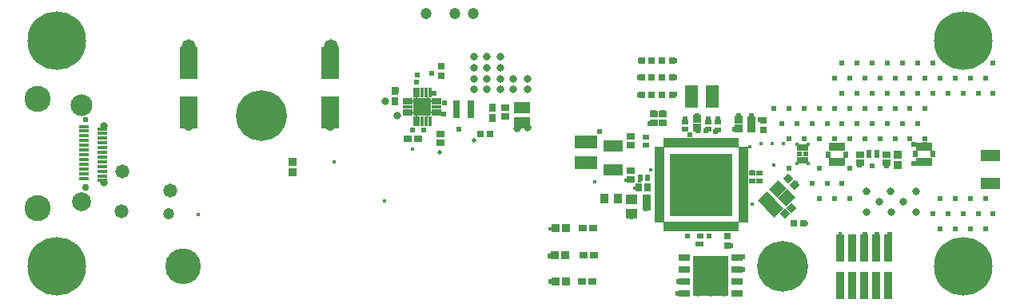
<source format=gbr>
%TF.GenerationSoftware,Altium Limited,Altium Designer,20.0.13 (296)*%
G04 Layer_Color=8388736*
%FSLAX45Y45*%
%MOMM*%
%TF.FileFunction,Soldermask,Top*%
%TF.Part,Single*%
G01*
G75*
%TA.AperFunction,SMDPad,CuDef*%
%ADD34R,0.66040X1.85420*%
%TA.AperFunction,ComponentPad*%
%ADD94C,3.78820*%
%ADD95C,5.37820*%
%ADD96C,0.75320*%
%ADD97C,0.60820*%
%ADD98C,2.76820*%
%ADD99C,2.00320*%
%ADD100C,2.30320*%
%TA.AperFunction,ViaPad*%
%ADD101C,0.60320*%
%ADD102C,0.80320*%
%ADD103C,1.20320*%
%ADD104C,1.47320*%
%ADD105C,6.20320*%
%TA.AperFunction,SMDPad,CuDef*%
%ADD149R,1.85320X3.45320*%
%ADD150R,3.70320X4.30320*%
%ADD151R,1.30320X0.65320*%
%ADD152R,1.15320X1.10320*%
%ADD153R,0.95320X0.95320*%
%ADD154R,0.95320X0.80320*%
%ADD155R,0.80320X0.90320*%
%ADD156R,6.60320X6.60320*%
%ADD157R,1.05320X0.50320*%
%ADD158R,0.50320X1.05320*%
%ADD159R,1.95320X1.95320*%
%ADD160R,0.40320X1.00320*%
%ADD161R,1.00320X0.40320*%
%ADD162R,0.60320X0.70320*%
%ADD163R,1.70320X0.90320*%
%ADD164R,0.55320X0.85320*%
%ADD165R,0.95320X0.85320*%
%ADD166R,2.40320X1.45320*%
%ADD167R,0.67820X0.70320*%
%ADD168R,0.85320X1.10320*%
G04:AMPARAMS|DCode=169|XSize=1.4032mm|YSize=1.2032mm|CornerRadius=0mm|HoleSize=0mm|Usage=FLASHONLY|Rotation=45.000|XOffset=0mm|YOffset=0mm|HoleType=Round|Shape=Rectangle|*
%AMROTATEDRECTD169*
4,1,4,-0.07071,-0.92150,-0.92150,-0.07071,0.07071,0.92150,0.92150,0.07071,-0.07071,-0.92150,0.0*
%
%ADD169ROTATEDRECTD169*%

%ADD170R,1.20320X0.65320*%
%ADD171R,0.55320X0.55320*%
%ADD172R,0.85320X2.96320*%
%ADD173R,1.67320X1.17320*%
%ADD174R,0.92320X0.89320*%
%ADD175R,0.88320X0.88320*%
%ADD176R,0.82320X0.80320*%
%ADD177R,0.70320X0.60320*%
%TA.AperFunction,ConnectorPad*%
%ADD178R,2.00320X1.30320*%
%TA.AperFunction,SMDPad,CuDef*%
%ADD179R,2.10320X1.30320*%
%TA.AperFunction,ConnectorPad*%
%ADD180R,1.10320X0.45720*%
%TA.AperFunction,SMDPad,CuDef*%
G04:AMPARAMS|DCode=181|XSize=0.8232mm|YSize=0.8032mm|CornerRadius=0mm|HoleSize=0mm|Usage=FLASHONLY|Rotation=135.000|XOffset=0mm|YOffset=0mm|HoleType=Round|Shape=Rectangle|*
%AMROTATEDRECTD181*
4,1,4,0.57502,-0.00707,0.00707,-0.57502,-0.57502,0.00707,-0.00707,0.57502,0.57502,-0.00707,0.0*
%
%ADD181ROTATEDRECTD181*%

G04:AMPARAMS|DCode=182|XSize=0.8232mm|YSize=0.8032mm|CornerRadius=0mm|HoleSize=0mm|Usage=FLASHONLY|Rotation=45.000|XOffset=0mm|YOffset=0mm|HoleType=Round|Shape=Rectangle|*
%AMROTATEDRECTD182*
4,1,4,-0.00707,-0.57502,-0.57502,-0.00707,0.00707,0.57502,0.57502,0.00707,-0.00707,-0.57502,0.0*
%
%ADD182ROTATEDRECTD182*%

%ADD183R,0.80320X0.82320*%
%ADD184R,1.45320X2.40320*%
%ADD185R,0.85320X0.95320*%
%ADD186R,0.80320X0.95320*%
%ADD187R,0.70320X0.67820*%
%TA.AperFunction,ViaPad*%
%ADD188C,0.40320*%
%ADD189C,0.50320*%
D34*
X6390045Y6070604D02*
D03*
X6235105D02*
D03*
D94*
X3337000Y4400000D02*
D03*
D95*
X4170000Y6000000D02*
D03*
X9690000Y4400000D02*
D03*
D96*
X2302500Y5240000D02*
D03*
D97*
Y5960000D02*
D03*
D98*
X1797500Y5020000D02*
D03*
Y6180000D02*
D03*
D99*
X2264500Y5090000D02*
D03*
D100*
Y6110000D02*
D03*
D101*
X11919995Y6559997D02*
D03*
X11839995Y6399997D02*
D03*
X11919995Y6239997D02*
D03*
X11839995Y5119998D02*
D03*
X11919995Y4959998D02*
D03*
X11839995Y4799998D02*
D03*
X11679995Y6399997D02*
D03*
X11759995Y6239997D02*
D03*
X11679995Y5119998D02*
D03*
X11759995Y4959998D02*
D03*
X11679995Y4799998D02*
D03*
X11519995Y6399997D02*
D03*
X11599995Y6239997D02*
D03*
X11519995Y5119998D02*
D03*
X11599995Y4959998D02*
D03*
X11519995Y4799998D02*
D03*
X11359995Y6399997D02*
D03*
X11439995Y6239997D02*
D03*
X11359995Y5119998D02*
D03*
X11439995Y4959998D02*
D03*
X11359995Y4799998D02*
D03*
X11279995Y6559997D02*
D03*
X11199995Y6399997D02*
D03*
X11279995Y6239997D02*
D03*
X11199995Y6079997D02*
D03*
Y5759998D02*
D03*
X11279995Y4959998D02*
D03*
X11119995Y6559997D02*
D03*
X11039995Y6399997D02*
D03*
X11119995Y6239997D02*
D03*
X11039995Y6079997D02*
D03*
X11119995Y5919998D02*
D03*
X11039995Y5759998D02*
D03*
X10959995Y6559997D02*
D03*
X10879996Y6399997D02*
D03*
X10959995Y6239997D02*
D03*
X10879996Y6079997D02*
D03*
X10959995Y5919998D02*
D03*
X10879996Y5759998D02*
D03*
X10799995Y6559997D02*
D03*
X10719996Y6399997D02*
D03*
X10799995Y6239997D02*
D03*
X10719996Y6079997D02*
D03*
X10799995Y5919998D02*
D03*
X10719996Y5759998D02*
D03*
X10639995Y6559997D02*
D03*
X10559996Y6399997D02*
D03*
X10639995Y6239997D02*
D03*
X10559996Y6079997D02*
D03*
X10639995Y5919998D02*
D03*
X10559996Y5759998D02*
D03*
X10479996Y6559997D02*
D03*
X10399996Y6399997D02*
D03*
X10479996Y6239997D02*
D03*
X10399996Y6079997D02*
D03*
X10479996Y5919998D02*
D03*
X10399996Y5759998D02*
D03*
Y5439998D02*
D03*
Y5119998D02*
D03*
X10319996Y6559997D02*
D03*
X10239996Y6399997D02*
D03*
X10319996Y6239997D02*
D03*
X10239996Y6079997D02*
D03*
X10319996Y5919998D02*
D03*
X10239996Y5759998D02*
D03*
X10319996Y5279998D02*
D03*
X10239996Y5119998D02*
D03*
X10079996Y6079997D02*
D03*
X10159996Y5919998D02*
D03*
X10079996Y5759998D02*
D03*
Y5439998D02*
D03*
X10159996Y5279998D02*
D03*
X10079996Y5119998D02*
D03*
X9919996Y6079997D02*
D03*
X9999996Y5919998D02*
D03*
X9919996Y5759998D02*
D03*
X9999996Y5279998D02*
D03*
X9759996Y6079997D02*
D03*
X9839996Y5919998D02*
D03*
X9759996Y5759998D02*
D03*
Y5439998D02*
D03*
X9599996Y6079997D02*
D03*
X9679996Y5919998D02*
D03*
X10640000Y5470000D02*
D03*
X10910000Y5460000D02*
D03*
X10790000Y5470000D02*
D03*
X10500000Y5480000D02*
D03*
X11080000Y5490000D02*
D03*
X11200000D02*
D03*
Y5700000D02*
D03*
X11080000D02*
D03*
X8680000Y4720000D02*
D03*
X8580000Y4110000D02*
D03*
X8590000Y4240000D02*
D03*
X6260000Y5860000D02*
D03*
X5970000Y6450000D02*
D03*
X6000000Y6240000D02*
D03*
X5600000Y6270000D02*
D03*
X5819988Y6429987D02*
D03*
X5809988Y6359987D02*
D03*
X8910000Y4720000D02*
D03*
X8790000Y4640000D02*
D03*
X9450000Y5960000D02*
D03*
X8180000Y6590000D02*
D03*
X8170000Y6220000D02*
D03*
X8550000Y6230000D02*
D03*
Y6410000D02*
D03*
Y6590000D02*
D03*
X8410000D02*
D03*
X8400000Y6220000D02*
D03*
Y6410000D02*
D03*
X9180000Y5860000D02*
D03*
X10300000Y4250000D02*
D03*
X8980000Y5830000D02*
D03*
X8880000Y5840000D02*
D03*
X8790000D02*
D03*
X8423000Y5924000D02*
D03*
X8280000Y5920000D02*
D03*
X5770000Y5850000D02*
D03*
X7750000Y5830000D02*
D03*
X8710000Y5800000D02*
D03*
X8076000Y5769600D02*
D03*
X8246000D02*
D03*
X6110000Y6140000D02*
D03*
X6098000Y6016000D02*
D03*
X5890100Y5850000D02*
D03*
X10820000Y4740000D02*
D03*
X9140000Y4620000D02*
D03*
X8655000Y5969000D02*
D03*
X8786000Y6004600D02*
D03*
X8320000Y6040000D02*
D03*
X8170000Y6410000D02*
D03*
X9270000Y4370000D02*
D03*
Y4500000D02*
D03*
X10560000Y4740000D02*
D03*
X10690000D02*
D03*
X9361000Y6001000D02*
D03*
X9222000Y6004000D02*
D03*
X9007000Y5966000D02*
D03*
X8902000Y5971000D02*
D03*
X8420000Y6040000D02*
D03*
X7238000Y4239000D02*
D03*
X7225000Y4516000D02*
D03*
D102*
X10970000Y5090000D02*
D03*
X10710000D02*
D03*
X11100000Y5200000D02*
D03*
X10580000D02*
D03*
X10836000D02*
D03*
X10840000Y4980000D02*
D03*
X11100000D02*
D03*
X10580000D02*
D03*
X6420000Y6280000D02*
D03*
X6560000D02*
D03*
X6700000D02*
D03*
X6840000D02*
D03*
X6990000D02*
D03*
X6420000Y6390000D02*
D03*
X6560000D02*
D03*
X6700000D02*
D03*
X6840000D02*
D03*
X6990000D02*
D03*
X6420000Y6510000D02*
D03*
X6560000D02*
D03*
X6700000D02*
D03*
Y6630000D02*
D03*
X6560000D02*
D03*
X6420000D02*
D03*
X2500000Y5890000D02*
D03*
Y5290000D02*
D03*
X9000000Y4170000D02*
D03*
X8860000D02*
D03*
Y4290000D02*
D03*
X9000000D02*
D03*
Y4410000D02*
D03*
X8860000D02*
D03*
X8790000Y4120000D02*
D03*
X9070000D02*
D03*
X8930000D02*
D03*
X8790000Y4230000D02*
D03*
X9070000D02*
D03*
X8930000D02*
D03*
X8790000Y4350000D02*
D03*
X9070000D02*
D03*
X8930000D02*
D03*
X9070000Y4470000D02*
D03*
X8930000D02*
D03*
X8790000D02*
D03*
X5608000Y6003000D02*
D03*
X5481000Y6155000D02*
D03*
X6881000Y5869000D02*
D03*
X6986000Y5871000D02*
D03*
X5872000Y6095000D02*
D03*
X5813000Y6038000D02*
D03*
X5929000Y6037000D02*
D03*
Y6152000D02*
D03*
X5816000Y6151000D02*
D03*
D103*
X6410000Y7090000D02*
D03*
X5910000D02*
D03*
X6220000D02*
D03*
X3190000Y4960000D02*
D03*
X4900000Y5900000D02*
D03*
X3400000D02*
D03*
D104*
Y6740000D02*
D03*
X4910000D02*
D03*
X3200000Y5210000D02*
D03*
X2690000Y4990000D02*
D03*
X2700000Y5410000D02*
D03*
D105*
X2000000Y4400000D02*
D03*
X11600000D02*
D03*
Y6800000D02*
D03*
X2000000D02*
D03*
D149*
X3400000Y6040000D02*
D03*
Y6560000D02*
D03*
X4900000Y6040000D02*
D03*
Y6560000D02*
D03*
D150*
X8928000Y4304000D02*
D03*
D151*
X8648000Y4113500D02*
D03*
Y4240500D02*
D03*
Y4367500D02*
D03*
Y4494500D02*
D03*
X9208000D02*
D03*
Y4367500D02*
D03*
Y4240500D02*
D03*
Y4113500D02*
D03*
D152*
X8090000Y5115000D02*
D03*
Y4965000D02*
D03*
D153*
X10910000Y5589000D02*
D03*
Y5479000D02*
D03*
D154*
X7672000Y4240000D02*
D03*
X7562000D02*
D03*
X5722045Y5756604D02*
D03*
X5832045D02*
D03*
X7685000Y4810000D02*
D03*
X7575000D02*
D03*
X7688000Y4520000D02*
D03*
X7578000D02*
D03*
D155*
X6615045Y6088604D02*
D03*
Y5978604D02*
D03*
D156*
X8827179Y5268743D02*
D03*
D157*
X8382179Y4893743D02*
D03*
Y4943743D02*
D03*
Y4993743D02*
D03*
Y5043743D02*
D03*
Y5093743D02*
D03*
Y5143743D02*
D03*
Y5193743D02*
D03*
Y5243743D02*
D03*
Y5293743D02*
D03*
Y5343743D02*
D03*
Y5393743D02*
D03*
Y5443743D02*
D03*
Y5493743D02*
D03*
Y5543743D02*
D03*
Y5593743D02*
D03*
Y5643743D02*
D03*
X9272179D02*
D03*
Y5593743D02*
D03*
Y5543743D02*
D03*
Y5493743D02*
D03*
Y5443743D02*
D03*
Y5393743D02*
D03*
Y5343743D02*
D03*
Y5293743D02*
D03*
Y5243743D02*
D03*
Y5193743D02*
D03*
Y5143743D02*
D03*
Y5093743D02*
D03*
Y5043743D02*
D03*
Y4993743D02*
D03*
Y4943743D02*
D03*
Y4893743D02*
D03*
D158*
X8452179Y5713743D02*
D03*
X8502179D02*
D03*
X8552179D02*
D03*
X8602179D02*
D03*
X8652179D02*
D03*
X8702179D02*
D03*
X8752179D02*
D03*
X8802179D02*
D03*
X8852179D02*
D03*
X8902179D02*
D03*
X8952179D02*
D03*
X9002179D02*
D03*
X9052179D02*
D03*
X9102179D02*
D03*
X9152179D02*
D03*
X9202179D02*
D03*
Y4823743D02*
D03*
X9152179D02*
D03*
X9102179D02*
D03*
X9052179D02*
D03*
X9002179D02*
D03*
X8952179D02*
D03*
X8902179D02*
D03*
X8852179D02*
D03*
X8802179D02*
D03*
X8752179D02*
D03*
X8702179D02*
D03*
X8652179D02*
D03*
X8602179D02*
D03*
X8552179D02*
D03*
X8502179D02*
D03*
X8452179D02*
D03*
D159*
X5872000Y6095000D02*
D03*
D160*
X5792000Y6245000D02*
D03*
X5832000D02*
D03*
X5872000D02*
D03*
X5912000D02*
D03*
X5952000D02*
D03*
Y5945000D02*
D03*
X5912000D02*
D03*
X5872000D02*
D03*
X5832000D02*
D03*
X5792000D02*
D03*
D161*
X6022000Y6175000D02*
D03*
Y6135000D02*
D03*
Y6095000D02*
D03*
Y6055000D02*
D03*
Y6015000D02*
D03*
X5722000D02*
D03*
Y6055000D02*
D03*
Y6095000D02*
D03*
Y6135000D02*
D03*
Y6175000D02*
D03*
D162*
X11285000Y5593000D02*
D03*
X11095000D02*
D03*
X10169044Y5588744D02*
D03*
X10359044D02*
D03*
X8259000Y5344000D02*
D03*
X8179000D02*
D03*
D163*
X11190000Y5673000D02*
D03*
Y5513000D02*
D03*
X10264044Y5508744D02*
D03*
Y5668744D02*
D03*
D164*
X10689500Y5592000D02*
D03*
X10604500D02*
D03*
D165*
X7289000Y4243000D02*
D03*
X7399000D02*
D03*
X7281000Y4807000D02*
D03*
X7391000D02*
D03*
X7276000Y4522000D02*
D03*
X7386000D02*
D03*
D166*
X7607000Y5504000D02*
D03*
Y5724000D02*
D03*
D167*
X9808750Y4860000D02*
D03*
X9911250D02*
D03*
X6490045Y5805604D02*
D03*
X6592446D02*
D03*
X8414750Y6589001D02*
D03*
X8517250D02*
D03*
X8517329Y6408000D02*
D03*
X8414828D02*
D03*
X8414750Y6226000D02*
D03*
X8517250D02*
D03*
X8302163Y6588541D02*
D03*
X8199663D02*
D03*
X8198578Y6410000D02*
D03*
X8301079D02*
D03*
X8300750Y6226000D02*
D03*
X8198250D02*
D03*
D168*
X7797500Y5120000D02*
D03*
X7942500D02*
D03*
D169*
X9517235Y5103122D02*
D03*
X9637443Y5223330D02*
D03*
X9729367Y5131407D02*
D03*
X9609159Y5011198D02*
D03*
D170*
X9899800Y5531694D02*
D03*
Y5661694D02*
D03*
D171*
X9932300Y5596694D02*
D03*
X9867300D02*
D03*
D172*
X10300000Y4600000D02*
D03*
X10427000D02*
D03*
X10808000D02*
D03*
X10681000D02*
D03*
X10554000D02*
D03*
X10300000Y4196000D02*
D03*
X10427000D02*
D03*
X10808000D02*
D03*
X10681000D02*
D03*
X10554000D02*
D03*
D173*
X6931045Y5922604D02*
D03*
Y6088604D02*
D03*
D174*
X9221000Y5957000D02*
D03*
Y5865000D02*
D03*
D175*
X8250000Y5125000D02*
D03*
Y5035000D02*
D03*
X8786000Y5968000D02*
D03*
Y5878000D02*
D03*
X9361000Y5955000D02*
D03*
Y5865000D02*
D03*
D176*
X6749045Y5995604D02*
D03*
Y6087604D02*
D03*
X8078770Y5784195D02*
D03*
Y5692195D02*
D03*
X8082000Y5326000D02*
D03*
Y5418000D02*
D03*
X10507000Y5499000D02*
D03*
Y5591000D02*
D03*
X10789000Y5499000D02*
D03*
Y5591000D02*
D03*
X6063046Y5713604D02*
D03*
Y5805604D02*
D03*
X8326000Y6016000D02*
D03*
Y5924000D02*
D03*
X8423000Y6016000D02*
D03*
Y5924000D02*
D03*
D177*
X8654000Y5858000D02*
D03*
Y5938000D02*
D03*
X8901000Y5937000D02*
D03*
Y5857000D02*
D03*
X8245000Y5772000D02*
D03*
Y5692000D02*
D03*
X8820000Y4720000D02*
D03*
Y4640000D02*
D03*
X9370000Y5390000D02*
D03*
Y5310000D02*
D03*
X9440000D02*
D03*
Y5390000D02*
D03*
X9006000Y5934000D02*
D03*
Y5854000D02*
D03*
D178*
X11890000Y5280000D02*
D03*
Y5580000D02*
D03*
D179*
X7891786Y5679808D02*
D03*
Y5429808D02*
D03*
D180*
X2292500Y5337500D02*
D03*
Y5387500D02*
D03*
Y5437500D02*
D03*
Y5487500D02*
D03*
Y5537500D02*
D03*
Y5587500D02*
D03*
Y5637500D02*
D03*
Y5687500D02*
D03*
Y5737500D02*
D03*
Y5787500D02*
D03*
Y5837500D02*
D03*
Y5887500D02*
D03*
X2482500Y5312500D02*
D03*
Y5362500D02*
D03*
Y5412500D02*
D03*
Y5462500D02*
D03*
Y5512500D02*
D03*
Y5562500D02*
D03*
Y5612500D02*
D03*
Y5662500D02*
D03*
Y5712500D02*
D03*
Y5762500D02*
D03*
Y5812500D02*
D03*
Y5862500D02*
D03*
D181*
X9782527Y5022527D02*
D03*
X9717473Y4957473D02*
D03*
D182*
X9812527Y5267473D02*
D03*
X9747473Y5332527D02*
D03*
D183*
X8169000Y5236000D02*
D03*
X8261000D02*
D03*
D184*
X8728000Y6202000D02*
D03*
X8948000D02*
D03*
D185*
X4500000Y5510000D02*
D03*
Y5400000D02*
D03*
D186*
X5580045Y6156604D02*
D03*
Y6266604D02*
D03*
D187*
X6071046Y6530854D02*
D03*
Y6428354D02*
D03*
X9104000Y4723000D02*
D03*
Y4620500D02*
D03*
X9490000Y5955250D02*
D03*
Y5852750D02*
D03*
D188*
X3500000Y4950000D02*
D03*
X9700000Y5710000D02*
D03*
X9600000Y5480000D02*
D03*
X9580000Y5710000D02*
D03*
X9460000D02*
D03*
X10200000Y5490000D02*
D03*
X10320000D02*
D03*
Y5700000D02*
D03*
X10200000D02*
D03*
X9840000D02*
D03*
X9960000D02*
D03*
Y5490000D02*
D03*
X9840000D02*
D03*
X9340000Y5670000D02*
D03*
X9517235Y5103122D02*
D03*
X9370000Y5410000D02*
D03*
X9439999Y5402700D02*
D03*
X9366326Y5066326D02*
D03*
X10300000Y4750000D02*
D03*
X5770000Y5650000D02*
D03*
X5470000Y5100000D02*
D03*
X8290000Y5430000D02*
D03*
X8260000Y5260000D02*
D03*
X8034000Y5314000D02*
D03*
X8177000Y5304000D02*
D03*
X7700000Y5300000D02*
D03*
X4940000Y5510000D02*
D03*
X9939600Y4860000D02*
D03*
X8240000Y5000000D02*
D03*
X9830000Y5290000D02*
D03*
X9729367Y5131407D02*
D03*
X8123000Y5229000D02*
D03*
X8090000Y4920000D02*
D03*
X7228000Y4804000D02*
D03*
D189*
X8550000Y5550000D02*
D03*
Y5440000D02*
D03*
Y5340000D02*
D03*
Y5240000D02*
D03*
Y5130000D02*
D03*
X8660000Y5030000D02*
D03*
X8780000D02*
D03*
X8900000D02*
D03*
X9020000D02*
D03*
X8660000Y5240000D02*
D03*
X8780000D02*
D03*
X8900000D02*
D03*
X9020000D02*
D03*
X9130000D02*
D03*
Y5130000D02*
D03*
X9020000D02*
D03*
X8900000D02*
D03*
X8780000D02*
D03*
X8660000D02*
D03*
X9130000Y5030000D02*
D03*
X8550000D02*
D03*
X8660000Y5340000D02*
D03*
X8780000D02*
D03*
X8900000D02*
D03*
X9020000D02*
D03*
X9130000D02*
D03*
X8660000Y5440000D02*
D03*
X8780000D02*
D03*
X8900000D02*
D03*
X9020000D02*
D03*
X9130000D02*
D03*
Y5550000D02*
D03*
X9020000D02*
D03*
X8900000D02*
D03*
X8780000D02*
D03*
X8660000D02*
D03*
X6060000Y5613000D02*
D03*
X6425000Y5743000D02*
D03*
%TF.MD5,5d625de9e513c0e4e73a79d6cd8a1b07*%
M02*

</source>
